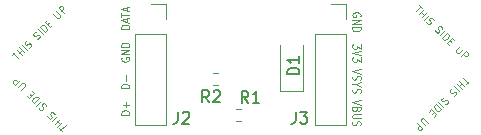
<source format=gbr>
%TF.GenerationSoftware,KiCad,Pcbnew,(6.0.0)*%
%TF.CreationDate,2022-09-18T22:54:42-04:00*%
%TF.ProjectId,SergioPico_USB,53657267-696f-4506-9963-6f5f5553422e,1*%
%TF.SameCoordinates,Original*%
%TF.FileFunction,Legend,Top*%
%TF.FilePolarity,Positive*%
%FSLAX46Y46*%
G04 Gerber Fmt 4.6, Leading zero omitted, Abs format (unit mm)*
G04 Created by KiCad (PCBNEW (6.0.0)) date 2022-09-18 22:54:42*
%MOMM*%
%LPD*%
G01*
G04 APERTURE LIST*
%ADD10C,0.100000*%
%ADD11C,0.150000*%
%ADD12C,0.120000*%
G04 APERTURE END LIST*
D10*
X142121116Y-106736446D02*
X142363552Y-106978882D01*
X141818070Y-107281928D02*
X142242334Y-106857664D01*
X142080710Y-107544568D02*
X142504974Y-107120304D01*
X142302943Y-107322334D02*
X142545380Y-107564771D01*
X142323146Y-107787004D02*
X142747410Y-107362740D01*
X142525177Y-107989035D02*
X142949441Y-107564771D01*
X142727207Y-108150659D02*
X142767613Y-108231471D01*
X142868629Y-108332487D01*
X142929238Y-108352690D01*
X142969644Y-108352690D01*
X143030253Y-108332487D01*
X143070659Y-108292081D01*
X143090862Y-108231471D01*
X143090862Y-108191065D01*
X143070659Y-108130456D01*
X143010050Y-108029441D01*
X142989847Y-107968832D01*
X142989847Y-107928426D01*
X143010050Y-107867816D01*
X143050456Y-107827410D01*
X143111065Y-107807207D01*
X143151471Y-107807207D01*
X143212081Y-107827410D01*
X143313096Y-107928426D01*
X143353502Y-108009238D01*
X143454517Y-108877969D02*
X143494923Y-108958781D01*
X143595938Y-109059796D01*
X143656548Y-109080000D01*
X143696954Y-109080000D01*
X143757563Y-109059796D01*
X143797969Y-109019390D01*
X143818172Y-108958781D01*
X143818172Y-108918375D01*
X143797969Y-108857766D01*
X143737360Y-108756751D01*
X143717157Y-108696142D01*
X143717157Y-108655735D01*
X143737360Y-108595126D01*
X143777766Y-108554720D01*
X143838375Y-108534517D01*
X143878781Y-108534517D01*
X143939390Y-108554720D01*
X144040406Y-108655735D01*
X144080812Y-108736548D01*
X143858578Y-109322436D02*
X144282842Y-108898172D01*
X144060609Y-109524467D02*
X144484873Y-109100203D01*
X144585888Y-109201218D01*
X144626294Y-109282030D01*
X144626294Y-109362842D01*
X144606091Y-109423451D01*
X144545482Y-109524467D01*
X144484873Y-109585076D01*
X144383857Y-109645685D01*
X144323248Y-109665888D01*
X144242436Y-109665888D01*
X144161624Y-109625482D01*
X144060609Y-109524467D01*
X144707106Y-109726497D02*
X144848528Y-109867918D01*
X144686903Y-110150761D02*
X144484873Y-109948731D01*
X144909137Y-109524467D01*
X145111167Y-109726497D01*
X145616244Y-110231573D02*
X145272792Y-110575025D01*
X145252589Y-110635634D01*
X145252589Y-110676041D01*
X145272792Y-110736650D01*
X145353604Y-110817462D01*
X145414213Y-110837665D01*
X145454619Y-110837665D01*
X145515228Y-110817462D01*
X145858680Y-110474010D01*
X145636447Y-111100305D02*
X146060711Y-110676041D01*
X146222335Y-110837665D01*
X146242538Y-110898274D01*
X146242538Y-110938680D01*
X146222335Y-110999289D01*
X146161726Y-111059898D01*
X146101117Y-111080102D01*
X146060711Y-111080102D01*
X146000102Y-111059898D01*
X145838477Y-110898274D01*
X117596075Y-116014588D02*
X116896075Y-116014588D01*
X116896075Y-115871731D01*
X116929409Y-115786017D01*
X116996075Y-115728874D01*
X117062742Y-115700303D01*
X117196075Y-115671731D01*
X117296075Y-115671731D01*
X117429409Y-115700303D01*
X117496075Y-115728874D01*
X117562742Y-115786017D01*
X117596075Y-115871731D01*
X117596075Y-116014588D01*
X117329409Y-115414588D02*
X117329409Y-114957446D01*
X117596075Y-115186017D02*
X117062742Y-115186017D01*
X117596075Y-113757446D02*
X116896075Y-113757446D01*
X116896075Y-113614588D01*
X116929409Y-113528874D01*
X116996075Y-113471731D01*
X117062742Y-113443160D01*
X117196075Y-113414588D01*
X117296075Y-113414588D01*
X117429409Y-113443160D01*
X117496075Y-113471731D01*
X117562742Y-113528874D01*
X117596075Y-113614588D01*
X117596075Y-113757446D01*
X117329409Y-113157446D02*
X117329409Y-112700303D01*
X116929409Y-111186017D02*
X116896075Y-111243160D01*
X116896075Y-111328874D01*
X116929409Y-111414588D01*
X116996075Y-111471731D01*
X117062742Y-111500303D01*
X117196075Y-111528874D01*
X117296075Y-111528874D01*
X117429409Y-111500303D01*
X117496075Y-111471731D01*
X117562742Y-111414588D01*
X117596075Y-111328874D01*
X117596075Y-111271731D01*
X117562742Y-111186017D01*
X117529409Y-111157446D01*
X117296075Y-111157446D01*
X117296075Y-111271731D01*
X117596075Y-110900303D02*
X116896075Y-110900303D01*
X117596075Y-110557446D01*
X116896075Y-110557446D01*
X117596075Y-110271731D02*
X116896075Y-110271731D01*
X116896075Y-110128874D01*
X116929409Y-110043160D01*
X116996075Y-109986017D01*
X117062742Y-109957446D01*
X117196075Y-109928874D01*
X117296075Y-109928874D01*
X117429409Y-109957446D01*
X117496075Y-109986017D01*
X117562742Y-110043160D01*
X117596075Y-110128874D01*
X117596075Y-110271731D01*
X117596075Y-108757446D02*
X116896075Y-108757446D01*
X116896075Y-108614588D01*
X116929409Y-108528874D01*
X116996075Y-108471731D01*
X117062742Y-108443160D01*
X117196075Y-108414588D01*
X117296075Y-108414588D01*
X117429409Y-108443160D01*
X117496075Y-108471731D01*
X117562742Y-108528874D01*
X117596075Y-108614588D01*
X117596075Y-108757446D01*
X117396075Y-108186017D02*
X117396075Y-107900303D01*
X117596075Y-108243160D02*
X116896075Y-108043160D01*
X117596075Y-107843160D01*
X116896075Y-107728874D02*
X116896075Y-107386017D01*
X117596075Y-107557446D02*
X116896075Y-107557446D01*
X117396075Y-107214588D02*
X117396075Y-106928874D01*
X117596075Y-107271731D02*
X116896075Y-107071731D01*
X117596075Y-106871731D01*
X107656446Y-110958883D02*
X107898882Y-110716447D01*
X108201928Y-111261929D02*
X107777664Y-110837665D01*
X108464568Y-110999289D02*
X108040304Y-110575025D01*
X108242334Y-110777056D02*
X108484771Y-110534619D01*
X108707004Y-110756853D02*
X108282740Y-110332589D01*
X108909035Y-110554822D02*
X108484771Y-110130558D01*
X109070659Y-110352792D02*
X109151471Y-110312386D01*
X109252487Y-110211370D01*
X109272690Y-110150761D01*
X109272690Y-110110355D01*
X109252487Y-110049746D01*
X109212081Y-110009340D01*
X109151471Y-109989137D01*
X109111065Y-109989137D01*
X109050456Y-110009340D01*
X108949441Y-110069949D01*
X108888832Y-110090152D01*
X108848426Y-110090152D01*
X108787816Y-110069949D01*
X108747410Y-110029543D01*
X108727207Y-109968934D01*
X108727207Y-109928528D01*
X108747410Y-109867918D01*
X108848426Y-109766903D01*
X108929238Y-109726497D01*
X109797969Y-109625482D02*
X109878781Y-109585076D01*
X109979796Y-109484061D01*
X110000000Y-109423451D01*
X110000000Y-109383045D01*
X109979796Y-109322436D01*
X109939390Y-109282030D01*
X109878781Y-109261827D01*
X109838375Y-109261827D01*
X109777766Y-109282030D01*
X109676751Y-109342639D01*
X109616142Y-109362842D01*
X109575735Y-109362842D01*
X109515126Y-109342639D01*
X109474720Y-109302233D01*
X109454517Y-109241624D01*
X109454517Y-109201218D01*
X109474720Y-109140609D01*
X109575735Y-109039593D01*
X109656548Y-108999187D01*
X110242436Y-109221421D02*
X109818172Y-108797157D01*
X110444467Y-109019390D02*
X110020203Y-108595126D01*
X110121218Y-108494111D01*
X110202030Y-108453705D01*
X110282842Y-108453705D01*
X110343451Y-108473908D01*
X110444467Y-108534517D01*
X110505076Y-108595126D01*
X110565685Y-108696142D01*
X110585888Y-108756751D01*
X110585888Y-108837563D01*
X110545482Y-108918375D01*
X110444467Y-109019390D01*
X110646497Y-108372893D02*
X110787918Y-108231471D01*
X111070761Y-108393096D02*
X110868731Y-108595126D01*
X110444467Y-108170862D01*
X110646497Y-107968832D01*
X111151573Y-107463755D02*
X111495025Y-107807207D01*
X111555634Y-107827410D01*
X111596041Y-107827410D01*
X111656650Y-107807207D01*
X111737462Y-107726395D01*
X111757665Y-107665786D01*
X111757665Y-107625380D01*
X111737462Y-107564771D01*
X111394010Y-107221319D01*
X112020305Y-107443552D02*
X111596041Y-107019288D01*
X111757665Y-106857664D01*
X111818274Y-106837461D01*
X111858680Y-106837461D01*
X111919289Y-106857664D01*
X111979898Y-106918273D01*
X112000102Y-106978882D01*
X112000102Y-107019288D01*
X111979898Y-107079897D01*
X111818274Y-107241522D01*
X146343553Y-113201116D02*
X146101117Y-113443552D01*
X145798071Y-112898070D02*
X146222335Y-113322334D01*
X145535431Y-113160710D02*
X145959695Y-113584974D01*
X145757665Y-113382943D02*
X145515228Y-113625380D01*
X145292995Y-113403146D02*
X145717259Y-113827410D01*
X145090964Y-113605177D02*
X145515228Y-114029441D01*
X144929340Y-113807207D02*
X144848528Y-113847613D01*
X144747512Y-113948629D01*
X144727309Y-114009238D01*
X144727309Y-114049644D01*
X144747512Y-114110253D01*
X144787918Y-114150659D01*
X144848528Y-114170862D01*
X144888934Y-114170862D01*
X144949543Y-114150659D01*
X145050558Y-114090050D01*
X145111167Y-114069847D01*
X145151573Y-114069847D01*
X145212183Y-114090050D01*
X145252589Y-114130456D01*
X145272792Y-114191065D01*
X145272792Y-114231471D01*
X145252589Y-114292081D01*
X145151573Y-114393096D01*
X145070761Y-114433502D01*
X144202030Y-114534517D02*
X144121218Y-114574923D01*
X144020203Y-114675938D01*
X144000000Y-114736548D01*
X144000000Y-114776954D01*
X144020203Y-114837563D01*
X144060609Y-114877969D01*
X144121218Y-114898172D01*
X144161624Y-114898172D01*
X144222233Y-114877969D01*
X144323248Y-114817360D01*
X144383857Y-114797157D01*
X144424264Y-114797157D01*
X144484873Y-114817360D01*
X144525279Y-114857766D01*
X144545482Y-114918375D01*
X144545482Y-114958781D01*
X144525279Y-115019390D01*
X144424264Y-115120406D01*
X144343451Y-115160812D01*
X143757563Y-114938578D02*
X144181827Y-115362842D01*
X143555532Y-115140609D02*
X143979796Y-115564873D01*
X143878781Y-115665888D01*
X143797969Y-115706294D01*
X143717157Y-115706294D01*
X143656548Y-115686091D01*
X143555532Y-115625482D01*
X143494923Y-115564873D01*
X143434314Y-115463857D01*
X143414111Y-115403248D01*
X143414111Y-115322436D01*
X143454517Y-115241624D01*
X143555532Y-115140609D01*
X143353502Y-115787106D02*
X143212081Y-115928528D01*
X142929238Y-115766903D02*
X143131268Y-115564873D01*
X143555532Y-115989137D01*
X143353502Y-116191167D01*
X142848426Y-116696244D02*
X142504974Y-116352792D01*
X142444365Y-116332589D01*
X142403958Y-116332589D01*
X142343349Y-116352792D01*
X142262537Y-116433604D01*
X142242334Y-116494213D01*
X142242334Y-116534619D01*
X142262537Y-116595228D01*
X142605989Y-116938680D01*
X141979694Y-116716447D02*
X142403958Y-117140711D01*
X142242334Y-117302335D01*
X142181725Y-117322538D01*
X142141319Y-117322538D01*
X142080710Y-117302335D01*
X142020101Y-117241726D01*
X141999897Y-117181117D01*
X141999897Y-117140711D01*
X142020101Y-117080102D01*
X142181725Y-116918477D01*
X111878883Y-117423553D02*
X111636447Y-117181117D01*
X112181929Y-116878071D02*
X111757665Y-117302335D01*
X111919289Y-116615431D02*
X111495025Y-117039695D01*
X111697056Y-116837665D02*
X111454619Y-116595228D01*
X111676853Y-116372995D02*
X111252589Y-116797259D01*
X111474822Y-116170964D02*
X111050558Y-116595228D01*
X111272792Y-116009340D02*
X111232386Y-115928528D01*
X111131370Y-115827512D01*
X111070761Y-115807309D01*
X111030355Y-115807309D01*
X110969746Y-115827512D01*
X110929340Y-115867918D01*
X110909137Y-115928528D01*
X110909137Y-115968934D01*
X110929340Y-116029543D01*
X110989949Y-116130558D01*
X111010152Y-116191167D01*
X111010152Y-116231573D01*
X110989949Y-116292183D01*
X110949543Y-116332589D01*
X110888934Y-116352792D01*
X110848528Y-116352792D01*
X110787918Y-116332589D01*
X110686903Y-116231573D01*
X110646497Y-116150761D01*
X110545482Y-115282030D02*
X110505076Y-115201218D01*
X110404061Y-115100203D01*
X110343451Y-115080000D01*
X110303045Y-115080000D01*
X110242436Y-115100203D01*
X110202030Y-115140609D01*
X110181827Y-115201218D01*
X110181827Y-115241624D01*
X110202030Y-115302233D01*
X110262639Y-115403248D01*
X110282842Y-115463857D01*
X110282842Y-115504264D01*
X110262639Y-115564873D01*
X110222233Y-115605279D01*
X110161624Y-115625482D01*
X110121218Y-115625482D01*
X110060609Y-115605279D01*
X109959593Y-115504264D01*
X109919187Y-115423451D01*
X110141421Y-114837563D02*
X109717157Y-115261827D01*
X109939390Y-114635532D02*
X109515126Y-115059796D01*
X109414111Y-114958781D01*
X109373705Y-114877969D01*
X109373705Y-114797157D01*
X109393908Y-114736548D01*
X109454517Y-114635532D01*
X109515126Y-114574923D01*
X109616142Y-114514314D01*
X109676751Y-114494111D01*
X109757563Y-114494111D01*
X109838375Y-114534517D01*
X109939390Y-114635532D01*
X109292893Y-114433502D02*
X109151471Y-114292081D01*
X109313096Y-114009238D02*
X109515126Y-114211268D01*
X109090862Y-114635532D01*
X108888832Y-114433502D01*
X108383755Y-113928426D02*
X108727207Y-113584974D01*
X108747410Y-113524365D01*
X108747410Y-113483958D01*
X108727207Y-113423349D01*
X108646395Y-113342537D01*
X108585786Y-113322334D01*
X108545380Y-113322334D01*
X108484771Y-113342537D01*
X108141319Y-113685989D01*
X108363552Y-113059694D02*
X107939288Y-113483958D01*
X107777664Y-113322334D01*
X107757461Y-113261725D01*
X107757461Y-113221319D01*
X107777664Y-113160710D01*
X107838273Y-113100101D01*
X107898882Y-113079897D01*
X107939288Y-113079897D01*
X107999897Y-113100101D01*
X108161522Y-113261725D01*
X137128561Y-107701110D02*
X137161894Y-107643968D01*
X137161894Y-107558253D01*
X137128561Y-107472539D01*
X137061894Y-107415396D01*
X136995227Y-107386825D01*
X136861894Y-107358253D01*
X136761894Y-107358253D01*
X136628561Y-107386825D01*
X136561894Y-107415396D01*
X136495227Y-107472539D01*
X136461894Y-107558253D01*
X136461894Y-107615396D01*
X136495227Y-107701110D01*
X136528561Y-107729682D01*
X136761894Y-107729682D01*
X136761894Y-107615396D01*
X136461894Y-107986825D02*
X137161894Y-107986825D01*
X136461894Y-108329682D01*
X137161894Y-108329682D01*
X136461894Y-108615396D02*
X137161894Y-108615396D01*
X137161894Y-108758253D01*
X137128561Y-108843968D01*
X137061894Y-108901110D01*
X136995227Y-108929682D01*
X136861894Y-108958253D01*
X136761894Y-108958253D01*
X136628561Y-108929682D01*
X136561894Y-108901110D01*
X136495227Y-108843968D01*
X136461894Y-108758253D01*
X136461894Y-108615396D01*
X137161894Y-110072539D02*
X137161894Y-110443968D01*
X136895227Y-110243968D01*
X136895227Y-110329682D01*
X136861894Y-110386825D01*
X136828561Y-110415396D01*
X136761894Y-110443968D01*
X136595227Y-110443968D01*
X136528561Y-110415396D01*
X136495227Y-110386825D01*
X136461894Y-110329682D01*
X136461894Y-110158253D01*
X136495227Y-110101110D01*
X136528561Y-110072539D01*
X137161894Y-110615396D02*
X136461894Y-110815396D01*
X137161894Y-111015396D01*
X137161894Y-111158253D02*
X137161894Y-111529682D01*
X136895227Y-111329682D01*
X136895227Y-111415396D01*
X136861894Y-111472539D01*
X136828561Y-111501110D01*
X136761894Y-111529682D01*
X136595227Y-111529682D01*
X136528561Y-111501110D01*
X136495227Y-111472539D01*
X136461894Y-111415396D01*
X136461894Y-111243968D01*
X136495227Y-111186825D01*
X136528561Y-111158253D01*
X137161894Y-112158253D02*
X136461894Y-112358253D01*
X137161894Y-112558253D01*
X136495227Y-112729682D02*
X136461894Y-112815396D01*
X136461894Y-112958253D01*
X136495227Y-113015396D01*
X136528561Y-113043968D01*
X136595227Y-113072539D01*
X136661894Y-113072539D01*
X136728561Y-113043968D01*
X136761894Y-113015396D01*
X136795227Y-112958253D01*
X136828561Y-112843968D01*
X136861894Y-112786825D01*
X136895227Y-112758253D01*
X136961894Y-112729682D01*
X137028561Y-112729682D01*
X137095227Y-112758253D01*
X137128561Y-112786825D01*
X137161894Y-112843968D01*
X137161894Y-112986825D01*
X137128561Y-113072539D01*
X136795227Y-113443968D02*
X136461894Y-113443968D01*
X137161894Y-113243968D02*
X136795227Y-113443968D01*
X137161894Y-113643968D01*
X136495227Y-113815396D02*
X136461894Y-113901110D01*
X136461894Y-114043968D01*
X136495227Y-114101110D01*
X136528561Y-114129682D01*
X136595227Y-114158253D01*
X136661894Y-114158253D01*
X136728561Y-114129682D01*
X136761894Y-114101110D01*
X136795227Y-114043968D01*
X136828561Y-113929682D01*
X136861894Y-113872539D01*
X136895227Y-113843968D01*
X136961894Y-113815396D01*
X137028561Y-113815396D01*
X137095227Y-113843968D01*
X137128561Y-113872539D01*
X137161894Y-113929682D01*
X137161894Y-114072539D01*
X137128561Y-114158253D01*
X137161894Y-114786825D02*
X136461894Y-114986825D01*
X137161894Y-115186825D01*
X136828561Y-115586825D02*
X136795227Y-115672539D01*
X136761894Y-115701110D01*
X136695227Y-115729682D01*
X136595227Y-115729682D01*
X136528561Y-115701110D01*
X136495227Y-115672539D01*
X136461894Y-115615396D01*
X136461894Y-115386825D01*
X137161894Y-115386825D01*
X137161894Y-115586825D01*
X137128561Y-115643968D01*
X137095227Y-115672539D01*
X137028561Y-115701110D01*
X136961894Y-115701110D01*
X136895227Y-115672539D01*
X136861894Y-115643968D01*
X136828561Y-115586825D01*
X136828561Y-115386825D01*
X137161894Y-115986825D02*
X136595227Y-115986825D01*
X136528561Y-116015396D01*
X136495227Y-116043968D01*
X136461894Y-116101110D01*
X136461894Y-116215396D01*
X136495227Y-116272539D01*
X136528561Y-116301110D01*
X136595227Y-116329682D01*
X137161894Y-116329682D01*
X136495227Y-116586825D02*
X136461894Y-116672539D01*
X136461894Y-116815396D01*
X136495227Y-116872539D01*
X136528561Y-116901110D01*
X136595227Y-116929682D01*
X136661894Y-116929682D01*
X136728561Y-116901110D01*
X136761894Y-116872539D01*
X136795227Y-116815396D01*
X136828561Y-116701110D01*
X136861894Y-116643968D01*
X136895227Y-116615396D01*
X136961894Y-116586825D01*
X137028561Y-116586825D01*
X137095227Y-116615396D01*
X137128561Y-116643968D01*
X137161894Y-116701110D01*
X137161894Y-116843968D01*
X137128561Y-116929682D01*
D11*
%TO.C,R2*%
X124352039Y-114972738D02*
X124018706Y-114496548D01*
X123780610Y-114972738D02*
X123780610Y-113972738D01*
X124161563Y-113972738D01*
X124256801Y-114020358D01*
X124304420Y-114067977D01*
X124352039Y-114163215D01*
X124352039Y-114306072D01*
X124304420Y-114401310D01*
X124256801Y-114448929D01*
X124161563Y-114496548D01*
X123780610Y-114496548D01*
X124732991Y-114067977D02*
X124780610Y-114020358D01*
X124875848Y-113972738D01*
X125113944Y-113972738D01*
X125209182Y-114020358D01*
X125256801Y-114067977D01*
X125304420Y-114163215D01*
X125304420Y-114258453D01*
X125256801Y-114401310D01*
X124685372Y-114972738D01*
X125304420Y-114972738D01*
%TO.C,J3*%
X131666666Y-115782380D02*
X131666666Y-116496666D01*
X131619047Y-116639523D01*
X131523809Y-116734761D01*
X131380952Y-116782380D01*
X131285714Y-116782380D01*
X132047619Y-115782380D02*
X132666666Y-115782380D01*
X132333333Y-116163333D01*
X132476190Y-116163333D01*
X132571428Y-116210952D01*
X132619047Y-116258571D01*
X132666666Y-116353809D01*
X132666666Y-116591904D01*
X132619047Y-116687142D01*
X132571428Y-116734761D01*
X132476190Y-116782380D01*
X132190476Y-116782380D01*
X132095238Y-116734761D01*
X132047619Y-116687142D01*
%TO.C,D1*%
X131976113Y-112611075D02*
X130976113Y-112611075D01*
X130976113Y-112372980D01*
X131023733Y-112230122D01*
X131118971Y-112134884D01*
X131214209Y-112087265D01*
X131404685Y-112039646D01*
X131547542Y-112039646D01*
X131738018Y-112087265D01*
X131833256Y-112134884D01*
X131928494Y-112230122D01*
X131976113Y-112372980D01*
X131976113Y-112611075D01*
X131976113Y-111087265D02*
X131976113Y-111658694D01*
X131976113Y-111372980D02*
X130976113Y-111372980D01*
X131118971Y-111468218D01*
X131214209Y-111563456D01*
X131261828Y-111658694D01*
%TO.C,R1*%
X127654726Y-115024545D02*
X127321393Y-114548355D01*
X127083297Y-115024545D02*
X127083297Y-114024545D01*
X127464250Y-114024545D01*
X127559488Y-114072165D01*
X127607107Y-114119784D01*
X127654726Y-114215022D01*
X127654726Y-114357879D01*
X127607107Y-114453117D01*
X127559488Y-114500736D01*
X127464250Y-114548355D01*
X127083297Y-114548355D01*
X128607107Y-115024545D02*
X128035678Y-115024545D01*
X128321393Y-115024545D02*
X128321393Y-114024545D01*
X128226154Y-114167403D01*
X128130916Y-114262641D01*
X128035678Y-114310260D01*
%TO.C,J2*%
X121666666Y-115782380D02*
X121666666Y-116496666D01*
X121619047Y-116639523D01*
X121523809Y-116734761D01*
X121380952Y-116782380D01*
X121285714Y-116782380D01*
X122095238Y-115877619D02*
X122142857Y-115830000D01*
X122238095Y-115782380D01*
X122476190Y-115782380D01*
X122571428Y-115830000D01*
X122619047Y-115877619D01*
X122666666Y-115972857D01*
X122666666Y-116068095D01*
X122619047Y-116210952D01*
X122047619Y-116782380D01*
X122666666Y-116782380D01*
D12*
%TO.C,R2*%
X124644644Y-112503662D02*
X125119160Y-112503662D01*
X124644644Y-113548662D02*
X125119160Y-113548662D01*
%TO.C,J3*%
X133290000Y-109220000D02*
X133290000Y-116900000D01*
X133290000Y-116900000D02*
X135950000Y-116900000D01*
X135950000Y-106620000D02*
X135950000Y-107950000D01*
X135950000Y-109220000D02*
X135950000Y-116900000D01*
X134620000Y-106620000D02*
X135950000Y-106620000D01*
X133290000Y-109220000D02*
X135950000Y-109220000D01*
%TO.C,D1*%
X130318000Y-114010000D02*
X132318000Y-114010000D01*
X130318000Y-114010000D02*
X130318000Y-110110000D01*
X132318000Y-114010000D02*
X132318000Y-110110000D01*
%TO.C,R1*%
X127062258Y-116602500D02*
X126587742Y-116602500D01*
X127062258Y-115557500D02*
X126587742Y-115557500D01*
%TO.C,J2*%
X118050000Y-109220000D02*
X120710000Y-109220000D01*
X118050000Y-116900000D02*
X120710000Y-116900000D01*
X120710000Y-109220000D02*
X120710000Y-116900000D01*
X118050000Y-109220000D02*
X118050000Y-116900000D01*
X120710000Y-106620000D02*
X120710000Y-107950000D01*
X119380000Y-106620000D02*
X120710000Y-106620000D01*
%TD*%
M02*

</source>
